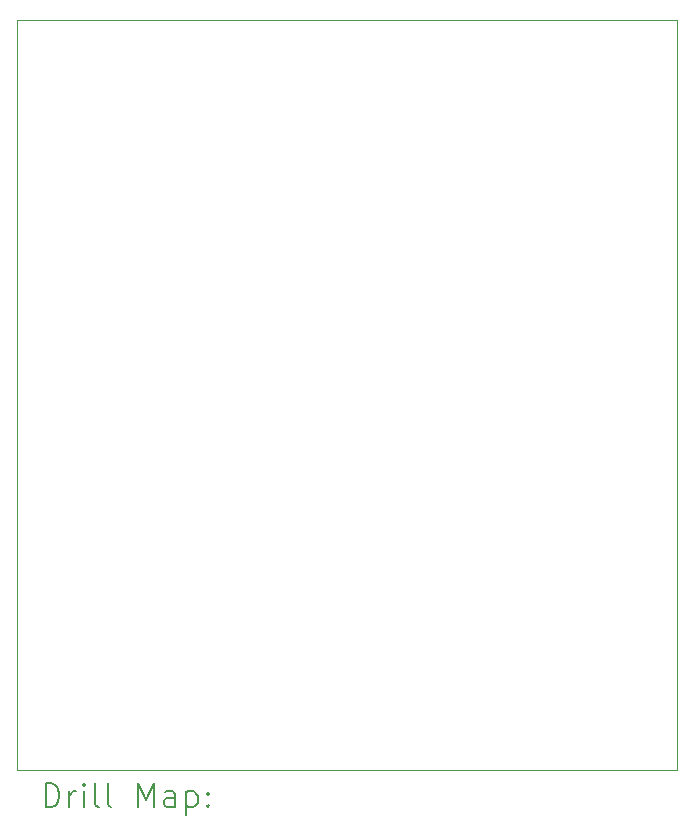
<source format=gbr>
%TF.GenerationSoftware,KiCad,Pcbnew,7.0.2-0*%
%TF.CreationDate,2023-11-13T17:50:50-05:00*%
%TF.ProjectId,Euro Power CV Shield,4575726f-2050-46f7-9765-722043562053,rev?*%
%TF.SameCoordinates,Original*%
%TF.FileFunction,Drillmap*%
%TF.FilePolarity,Positive*%
%FSLAX45Y45*%
G04 Gerber Fmt 4.5, Leading zero omitted, Abs format (unit mm)*
G04 Created by KiCad (PCBNEW 7.0.2-0) date 2023-11-13 17:50:50*
%MOMM*%
%LPD*%
G01*
G04 APERTURE LIST*
%ADD10C,0.050000*%
%ADD11C,0.200000*%
G04 APERTURE END LIST*
D10*
X10414000Y-7366000D02*
X16002000Y-7366000D01*
X16002000Y-13716000D01*
X10414000Y-13716000D01*
X10414000Y-7366000D01*
D11*
X10659119Y-14031024D02*
X10659119Y-13831024D01*
X10659119Y-13831024D02*
X10706738Y-13831024D01*
X10706738Y-13831024D02*
X10735310Y-13840548D01*
X10735310Y-13840548D02*
X10754357Y-13859595D01*
X10754357Y-13859595D02*
X10763881Y-13878643D01*
X10763881Y-13878643D02*
X10773405Y-13916738D01*
X10773405Y-13916738D02*
X10773405Y-13945309D01*
X10773405Y-13945309D02*
X10763881Y-13983405D01*
X10763881Y-13983405D02*
X10754357Y-14002452D01*
X10754357Y-14002452D02*
X10735310Y-14021500D01*
X10735310Y-14021500D02*
X10706738Y-14031024D01*
X10706738Y-14031024D02*
X10659119Y-14031024D01*
X10859119Y-14031024D02*
X10859119Y-13897690D01*
X10859119Y-13935786D02*
X10868643Y-13916738D01*
X10868643Y-13916738D02*
X10878167Y-13907214D01*
X10878167Y-13907214D02*
X10897214Y-13897690D01*
X10897214Y-13897690D02*
X10916262Y-13897690D01*
X10982929Y-14031024D02*
X10982929Y-13897690D01*
X10982929Y-13831024D02*
X10973405Y-13840548D01*
X10973405Y-13840548D02*
X10982929Y-13850071D01*
X10982929Y-13850071D02*
X10992452Y-13840548D01*
X10992452Y-13840548D02*
X10982929Y-13831024D01*
X10982929Y-13831024D02*
X10982929Y-13850071D01*
X11106738Y-14031024D02*
X11087690Y-14021500D01*
X11087690Y-14021500D02*
X11078167Y-14002452D01*
X11078167Y-14002452D02*
X11078167Y-13831024D01*
X11211500Y-14031024D02*
X11192452Y-14021500D01*
X11192452Y-14021500D02*
X11182929Y-14002452D01*
X11182929Y-14002452D02*
X11182929Y-13831024D01*
X11440071Y-14031024D02*
X11440071Y-13831024D01*
X11440071Y-13831024D02*
X11506738Y-13973881D01*
X11506738Y-13973881D02*
X11573405Y-13831024D01*
X11573405Y-13831024D02*
X11573405Y-14031024D01*
X11754357Y-14031024D02*
X11754357Y-13926262D01*
X11754357Y-13926262D02*
X11744833Y-13907214D01*
X11744833Y-13907214D02*
X11725786Y-13897690D01*
X11725786Y-13897690D02*
X11687690Y-13897690D01*
X11687690Y-13897690D02*
X11668643Y-13907214D01*
X11754357Y-14021500D02*
X11735309Y-14031024D01*
X11735309Y-14031024D02*
X11687690Y-14031024D01*
X11687690Y-14031024D02*
X11668643Y-14021500D01*
X11668643Y-14021500D02*
X11659119Y-14002452D01*
X11659119Y-14002452D02*
X11659119Y-13983405D01*
X11659119Y-13983405D02*
X11668643Y-13964357D01*
X11668643Y-13964357D02*
X11687690Y-13954833D01*
X11687690Y-13954833D02*
X11735309Y-13954833D01*
X11735309Y-13954833D02*
X11754357Y-13945309D01*
X11849595Y-13897690D02*
X11849595Y-14097690D01*
X11849595Y-13907214D02*
X11868643Y-13897690D01*
X11868643Y-13897690D02*
X11906738Y-13897690D01*
X11906738Y-13897690D02*
X11925786Y-13907214D01*
X11925786Y-13907214D02*
X11935309Y-13916738D01*
X11935309Y-13916738D02*
X11944833Y-13935786D01*
X11944833Y-13935786D02*
X11944833Y-13992928D01*
X11944833Y-13992928D02*
X11935309Y-14011976D01*
X11935309Y-14011976D02*
X11925786Y-14021500D01*
X11925786Y-14021500D02*
X11906738Y-14031024D01*
X11906738Y-14031024D02*
X11868643Y-14031024D01*
X11868643Y-14031024D02*
X11849595Y-14021500D01*
X12030548Y-14011976D02*
X12040071Y-14021500D01*
X12040071Y-14021500D02*
X12030548Y-14031024D01*
X12030548Y-14031024D02*
X12021024Y-14021500D01*
X12021024Y-14021500D02*
X12030548Y-14011976D01*
X12030548Y-14011976D02*
X12030548Y-14031024D01*
X12030548Y-13907214D02*
X12040071Y-13916738D01*
X12040071Y-13916738D02*
X12030548Y-13926262D01*
X12030548Y-13926262D02*
X12021024Y-13916738D01*
X12021024Y-13916738D02*
X12030548Y-13907214D01*
X12030548Y-13907214D02*
X12030548Y-13926262D01*
M02*

</source>
